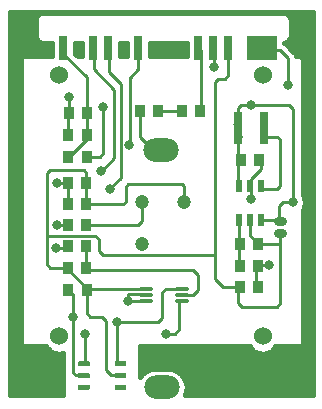
<source format=gbr>
G04 #@! TF.GenerationSoftware,KiCad,Pcbnew,(5.0.2)-1*
G04 #@! TF.CreationDate,2019-07-28T23:06:21+08:00*
G04 #@! TF.ProjectId,PIR,5049522e-6b69-4636-9164-5f7063625858,rev?*
G04 #@! TF.SameCoordinates,Original*
G04 #@! TF.FileFunction,Copper,L1,Top*
G04 #@! TF.FilePolarity,Positive*
%FSLAX46Y46*%
G04 Gerber Fmt 4.6, Leading zero omitted, Abs format (unit mm)*
G04 Created by KiCad (PCBNEW (5.0.2)-1) date 2019-07-28 23:06:21*
%MOMM*%
%LPD*%
G01*
G04 APERTURE LIST*
G04 #@! TA.AperFunction,SMDPad,CuDef*
%ADD10R,0.800000X2.000000*%
G04 #@! TD*
G04 #@! TA.AperFunction,SMDPad,CuDef*
%ADD11R,2.500000X2.000000*%
G04 #@! TD*
G04 #@! TA.AperFunction,SMDPad,CuDef*
%ADD12R,0.930000X0.980000*%
G04 #@! TD*
G04 #@! TA.AperFunction,SMDPad,CuDef*
%ADD13R,0.600000X1.100000*%
G04 #@! TD*
G04 #@! TA.AperFunction,SMDPad,CuDef*
%ADD14O,1.300000X0.300000*%
G04 #@! TD*
G04 #@! TA.AperFunction,Conductor*
%ADD15C,0.100000*%
G04 #@! TD*
G04 #@! TA.AperFunction,SMDPad,CuDef*
%ADD16C,0.400000*%
G04 #@! TD*
G04 #@! TA.AperFunction,SMDPad,CuDef*
%ADD17R,0.800000X2.700000*%
G04 #@! TD*
G04 #@! TA.AperFunction,ComponentPad*
%ADD18O,3.000000X2.000000*%
G04 #@! TD*
G04 #@! TA.AperFunction,WasherPad*
%ADD19C,1.524000*%
G04 #@! TD*
G04 #@! TA.AperFunction,ComponentPad*
%ADD20C,1.200000*%
G04 #@! TD*
G04 #@! TA.AperFunction,ViaPad*
%ADD21C,0.800000*%
G04 #@! TD*
G04 #@! TA.AperFunction,Conductor*
%ADD22C,0.250000*%
G04 #@! TD*
G04 #@! TA.AperFunction,Conductor*
%ADD23C,0.800000*%
G04 #@! TD*
G04 #@! TA.AperFunction,NonConductor*
%ADD24C,0.400000*%
G04 #@! TD*
G04 APERTURE END LIST*
D10*
G04 #@! TO.P,U1,3*
G04 #@! TO.N,D7*
X46941740Y-44577000D03*
D11*
G04 #@! TO.P,U1,2*
G04 #@! TO.N,GND*
X52301140Y-44554140D03*
D10*
G04 #@! TO.P,U1,1*
G04 #@! TO.N,+3V3*
X49481740Y-44577000D03*
G04 #@! TO.P,U1,2*
G04 #@! TO.N,GND*
X48211740Y-44577000D03*
G04 #@! TO.P,U1,7*
G04 #@! TO.N,D3*
X41861740Y-44577000D03*
G04 #@! TO.P,U1,9*
G04 #@! TO.N,SCL*
X39321740Y-44577000D03*
G04 #@! TO.P,U1,10*
G04 #@! TO.N,SDA*
X38051740Y-44577000D03*
G04 #@! TO.P,U1,12*
G04 #@! TO.N,A2*
X35511740Y-44577000D03*
G04 #@! TD*
D12*
G04 #@! TO.P,C7,1*
G04 #@! TO.N,GND*
X35942780Y-50065940D03*
G04 #@! TO.P,C7,2*
G04 #@! TO.N,A2*
X37482780Y-50065940D03*
G04 #@! TD*
G04 #@! TO.P,R7,2*
G04 #@! TO.N,A2*
X37467540Y-51912520D03*
G04 #@! TO.P,R7,1*
G04 #@! TO.N,GND*
X35927540Y-51912520D03*
G04 #@! TD*
G04 #@! TO.P,R6,1*
G04 #@! TO.N,A2*
X35927540Y-53799740D03*
G04 #@! TO.P,R6,2*
G04 #@! TO.N,VDD*
X37467540Y-53799740D03*
G04 #@! TD*
D13*
G04 #@! TO.P,U4,1*
G04 #@! TO.N,Net-(L1-Pad2)*
X52252920Y-56295640D03*
G04 #@! TO.P,U4,2*
G04 #@! TO.N,GND*
X51302920Y-56295640D03*
G04 #@! TO.P,U4,3*
G04 #@! TO.N,VDD*
X50352920Y-56295640D03*
G04 #@! TO.P,U4,4*
G04 #@! TO.N,Net-(R4-Pad1)*
X50352920Y-59095640D03*
G04 #@! TO.P,U4,5*
G04 #@! TO.N,+3V3*
X51302920Y-59095640D03*
G04 #@! TO.P,U4,6*
G04 #@! TO.N,VDD*
X52252920Y-59095640D03*
G04 #@! TD*
D14*
G04 #@! TO.P,U2,6*
G04 #@! TO.N,SCL*
X45519340Y-64952880D03*
G04 #@! TO.P,U2,5*
G04 #@! TO.N,Net-(C4-Pad2)*
X45519340Y-65452880D03*
G04 #@! TO.P,U2,4*
G04 #@! TO.N,SDA*
X45519340Y-65952880D03*
G04 #@! TO.P,U2,1*
G04 #@! TO.N,+3V3*
X42519340Y-64952880D03*
G04 #@! TO.P,U2,2*
G04 #@! TO.N,GND*
X42519340Y-65452880D03*
G04 #@! TO.P,U2,3*
X42519340Y-65952880D03*
G04 #@! TD*
D15*
G04 #@! TO.N,SDA*
G04 #@! TO.C,U3*
G36*
X37650082Y-71104122D02*
X37659789Y-71105561D01*
X37669308Y-71107946D01*
X37678548Y-71111252D01*
X37687420Y-71115448D01*
X37695837Y-71120493D01*
X37703719Y-71126339D01*
X37710991Y-71132929D01*
X37717581Y-71140201D01*
X37723427Y-71148083D01*
X37728472Y-71156500D01*
X37732668Y-71165372D01*
X37735974Y-71174612D01*
X37738359Y-71184131D01*
X37739798Y-71193838D01*
X37740280Y-71203640D01*
X37740280Y-71403640D01*
X37739798Y-71413442D01*
X37738359Y-71423149D01*
X37735974Y-71432668D01*
X37732668Y-71441908D01*
X37728472Y-71450780D01*
X37723427Y-71459197D01*
X37717581Y-71467079D01*
X37710991Y-71474351D01*
X37703719Y-71480941D01*
X37695837Y-71486787D01*
X37687420Y-71491832D01*
X37678548Y-71496028D01*
X37669308Y-71499334D01*
X37659789Y-71501719D01*
X37650082Y-71503158D01*
X37640280Y-71503640D01*
X36840280Y-71503640D01*
X36830478Y-71503158D01*
X36820771Y-71501719D01*
X36811252Y-71499334D01*
X36802012Y-71496028D01*
X36793140Y-71491832D01*
X36784723Y-71486787D01*
X36776841Y-71480941D01*
X36769569Y-71474351D01*
X36762979Y-71467079D01*
X36757133Y-71459197D01*
X36752088Y-71450780D01*
X36747892Y-71441908D01*
X36744586Y-71432668D01*
X36742201Y-71423149D01*
X36740762Y-71413442D01*
X36740280Y-71403640D01*
X36740280Y-71203640D01*
X36740762Y-71193838D01*
X36742201Y-71184131D01*
X36744586Y-71174612D01*
X36747892Y-71165372D01*
X36752088Y-71156500D01*
X36757133Y-71148083D01*
X36762979Y-71140201D01*
X36769569Y-71132929D01*
X36776841Y-71126339D01*
X36784723Y-71120493D01*
X36793140Y-71115448D01*
X36802012Y-71111252D01*
X36811252Y-71107946D01*
X36820771Y-71105561D01*
X36830478Y-71104122D01*
X36840280Y-71103640D01*
X37640280Y-71103640D01*
X37650082Y-71104122D01*
X37650082Y-71104122D01*
G37*
D16*
G04 #@! TD*
G04 #@! TO.P,U3,1*
G04 #@! TO.N,SDA*
X37240280Y-71303640D03*
D15*
G04 #@! TO.N,GND*
G04 #@! TO.C,U3*
G36*
X37650082Y-72104122D02*
X37659789Y-72105561D01*
X37669308Y-72107946D01*
X37678548Y-72111252D01*
X37687420Y-72115448D01*
X37695837Y-72120493D01*
X37703719Y-72126339D01*
X37710991Y-72132929D01*
X37717581Y-72140201D01*
X37723427Y-72148083D01*
X37728472Y-72156500D01*
X37732668Y-72165372D01*
X37735974Y-72174612D01*
X37738359Y-72184131D01*
X37739798Y-72193838D01*
X37740280Y-72203640D01*
X37740280Y-72403640D01*
X37739798Y-72413442D01*
X37738359Y-72423149D01*
X37735974Y-72432668D01*
X37732668Y-72441908D01*
X37728472Y-72450780D01*
X37723427Y-72459197D01*
X37717581Y-72467079D01*
X37710991Y-72474351D01*
X37703719Y-72480941D01*
X37695837Y-72486787D01*
X37687420Y-72491832D01*
X37678548Y-72496028D01*
X37669308Y-72499334D01*
X37659789Y-72501719D01*
X37650082Y-72503158D01*
X37640280Y-72503640D01*
X36840280Y-72503640D01*
X36830478Y-72503158D01*
X36820771Y-72501719D01*
X36811252Y-72499334D01*
X36802012Y-72496028D01*
X36793140Y-72491832D01*
X36784723Y-72486787D01*
X36776841Y-72480941D01*
X36769569Y-72474351D01*
X36762979Y-72467079D01*
X36757133Y-72459197D01*
X36752088Y-72450780D01*
X36747892Y-72441908D01*
X36744586Y-72432668D01*
X36742201Y-72423149D01*
X36740762Y-72413442D01*
X36740280Y-72403640D01*
X36740280Y-72203640D01*
X36740762Y-72193838D01*
X36742201Y-72184131D01*
X36744586Y-72174612D01*
X36747892Y-72165372D01*
X36752088Y-72156500D01*
X36757133Y-72148083D01*
X36762979Y-72140201D01*
X36769569Y-72132929D01*
X36776841Y-72126339D01*
X36784723Y-72120493D01*
X36793140Y-72115448D01*
X36802012Y-72111252D01*
X36811252Y-72107946D01*
X36820771Y-72105561D01*
X36830478Y-72104122D01*
X36840280Y-72103640D01*
X37640280Y-72103640D01*
X37650082Y-72104122D01*
X37650082Y-72104122D01*
G37*
D16*
G04 #@! TD*
G04 #@! TO.P,U3,2*
G04 #@! TO.N,GND*
X37240280Y-72303640D03*
D15*
G04 #@! TO.N,Net-(U3-Pad3)*
G04 #@! TO.C,U3*
G36*
X37650082Y-73104122D02*
X37659789Y-73105561D01*
X37669308Y-73107946D01*
X37678548Y-73111252D01*
X37687420Y-73115448D01*
X37695837Y-73120493D01*
X37703719Y-73126339D01*
X37710991Y-73132929D01*
X37717581Y-73140201D01*
X37723427Y-73148083D01*
X37728472Y-73156500D01*
X37732668Y-73165372D01*
X37735974Y-73174612D01*
X37738359Y-73184131D01*
X37739798Y-73193838D01*
X37740280Y-73203640D01*
X37740280Y-73403640D01*
X37739798Y-73413442D01*
X37738359Y-73423149D01*
X37735974Y-73432668D01*
X37732668Y-73441908D01*
X37728472Y-73450780D01*
X37723427Y-73459197D01*
X37717581Y-73467079D01*
X37710991Y-73474351D01*
X37703719Y-73480941D01*
X37695837Y-73486787D01*
X37687420Y-73491832D01*
X37678548Y-73496028D01*
X37669308Y-73499334D01*
X37659789Y-73501719D01*
X37650082Y-73503158D01*
X37640280Y-73503640D01*
X36840280Y-73503640D01*
X36830478Y-73503158D01*
X36820771Y-73501719D01*
X36811252Y-73499334D01*
X36802012Y-73496028D01*
X36793140Y-73491832D01*
X36784723Y-73486787D01*
X36776841Y-73480941D01*
X36769569Y-73474351D01*
X36762979Y-73467079D01*
X36757133Y-73459197D01*
X36752088Y-73450780D01*
X36747892Y-73441908D01*
X36744586Y-73432668D01*
X36742201Y-73423149D01*
X36740762Y-73413442D01*
X36740280Y-73403640D01*
X36740280Y-73203640D01*
X36740762Y-73193838D01*
X36742201Y-73184131D01*
X36744586Y-73174612D01*
X36747892Y-73165372D01*
X36752088Y-73156500D01*
X36757133Y-73148083D01*
X36762979Y-73140201D01*
X36769569Y-73132929D01*
X36776841Y-73126339D01*
X36784723Y-73120493D01*
X36793140Y-73115448D01*
X36802012Y-73111252D01*
X36811252Y-73107946D01*
X36820771Y-73105561D01*
X36830478Y-73104122D01*
X36840280Y-73103640D01*
X37640280Y-73103640D01*
X37650082Y-73104122D01*
X37650082Y-73104122D01*
G37*
D16*
G04 #@! TD*
G04 #@! TO.P,U3,3*
G04 #@! TO.N,Net-(U3-Pad3)*
X37240280Y-73303640D03*
D15*
G04 #@! TO.N,Net-(U3-Pad4)*
G04 #@! TO.C,U3*
G36*
X40750082Y-73104122D02*
X40759789Y-73105561D01*
X40769308Y-73107946D01*
X40778548Y-73111252D01*
X40787420Y-73115448D01*
X40795837Y-73120493D01*
X40803719Y-73126339D01*
X40810991Y-73132929D01*
X40817581Y-73140201D01*
X40823427Y-73148083D01*
X40828472Y-73156500D01*
X40832668Y-73165372D01*
X40835974Y-73174612D01*
X40838359Y-73184131D01*
X40839798Y-73193838D01*
X40840280Y-73203640D01*
X40840280Y-73403640D01*
X40839798Y-73413442D01*
X40838359Y-73423149D01*
X40835974Y-73432668D01*
X40832668Y-73441908D01*
X40828472Y-73450780D01*
X40823427Y-73459197D01*
X40817581Y-73467079D01*
X40810991Y-73474351D01*
X40803719Y-73480941D01*
X40795837Y-73486787D01*
X40787420Y-73491832D01*
X40778548Y-73496028D01*
X40769308Y-73499334D01*
X40759789Y-73501719D01*
X40750082Y-73503158D01*
X40740280Y-73503640D01*
X39940280Y-73503640D01*
X39930478Y-73503158D01*
X39920771Y-73501719D01*
X39911252Y-73499334D01*
X39902012Y-73496028D01*
X39893140Y-73491832D01*
X39884723Y-73486787D01*
X39876841Y-73480941D01*
X39869569Y-73474351D01*
X39862979Y-73467079D01*
X39857133Y-73459197D01*
X39852088Y-73450780D01*
X39847892Y-73441908D01*
X39844586Y-73432668D01*
X39842201Y-73423149D01*
X39840762Y-73413442D01*
X39840280Y-73403640D01*
X39840280Y-73203640D01*
X39840762Y-73193838D01*
X39842201Y-73184131D01*
X39844586Y-73174612D01*
X39847892Y-73165372D01*
X39852088Y-73156500D01*
X39857133Y-73148083D01*
X39862979Y-73140201D01*
X39869569Y-73132929D01*
X39876841Y-73126339D01*
X39884723Y-73120493D01*
X39893140Y-73115448D01*
X39902012Y-73111252D01*
X39911252Y-73107946D01*
X39920771Y-73105561D01*
X39930478Y-73104122D01*
X39940280Y-73103640D01*
X40740280Y-73103640D01*
X40750082Y-73104122D01*
X40750082Y-73104122D01*
G37*
D16*
G04 #@! TD*
G04 #@! TO.P,U3,4*
G04 #@! TO.N,Net-(U3-Pad4)*
X40340280Y-73303640D03*
D15*
G04 #@! TO.N,+3V3*
G04 #@! TO.C,U3*
G36*
X40750082Y-72104122D02*
X40759789Y-72105561D01*
X40769308Y-72107946D01*
X40778548Y-72111252D01*
X40787420Y-72115448D01*
X40795837Y-72120493D01*
X40803719Y-72126339D01*
X40810991Y-72132929D01*
X40817581Y-72140201D01*
X40823427Y-72148083D01*
X40828472Y-72156500D01*
X40832668Y-72165372D01*
X40835974Y-72174612D01*
X40838359Y-72184131D01*
X40839798Y-72193838D01*
X40840280Y-72203640D01*
X40840280Y-72403640D01*
X40839798Y-72413442D01*
X40838359Y-72423149D01*
X40835974Y-72432668D01*
X40832668Y-72441908D01*
X40828472Y-72450780D01*
X40823427Y-72459197D01*
X40817581Y-72467079D01*
X40810991Y-72474351D01*
X40803719Y-72480941D01*
X40795837Y-72486787D01*
X40787420Y-72491832D01*
X40778548Y-72496028D01*
X40769308Y-72499334D01*
X40759789Y-72501719D01*
X40750082Y-72503158D01*
X40740280Y-72503640D01*
X39940280Y-72503640D01*
X39930478Y-72503158D01*
X39920771Y-72501719D01*
X39911252Y-72499334D01*
X39902012Y-72496028D01*
X39893140Y-72491832D01*
X39884723Y-72486787D01*
X39876841Y-72480941D01*
X39869569Y-72474351D01*
X39862979Y-72467079D01*
X39857133Y-72459197D01*
X39852088Y-72450780D01*
X39847892Y-72441908D01*
X39844586Y-72432668D01*
X39842201Y-72423149D01*
X39840762Y-72413442D01*
X39840280Y-72403640D01*
X39840280Y-72203640D01*
X39840762Y-72193838D01*
X39842201Y-72184131D01*
X39844586Y-72174612D01*
X39847892Y-72165372D01*
X39852088Y-72156500D01*
X39857133Y-72148083D01*
X39862979Y-72140201D01*
X39869569Y-72132929D01*
X39876841Y-72126339D01*
X39884723Y-72120493D01*
X39893140Y-72115448D01*
X39902012Y-72111252D01*
X39911252Y-72107946D01*
X39920771Y-72105561D01*
X39930478Y-72104122D01*
X39940280Y-72103640D01*
X40740280Y-72103640D01*
X40750082Y-72104122D01*
X40750082Y-72104122D01*
G37*
D16*
G04 #@! TD*
G04 #@! TO.P,U3,5*
G04 #@! TO.N,+3V3*
X40340280Y-72303640D03*
D15*
G04 #@! TO.N,SCL*
G04 #@! TO.C,U3*
G36*
X40750082Y-71104122D02*
X40759789Y-71105561D01*
X40769308Y-71107946D01*
X40778548Y-71111252D01*
X40787420Y-71115448D01*
X40795837Y-71120493D01*
X40803719Y-71126339D01*
X40810991Y-71132929D01*
X40817581Y-71140201D01*
X40823427Y-71148083D01*
X40828472Y-71156500D01*
X40832668Y-71165372D01*
X40835974Y-71174612D01*
X40838359Y-71184131D01*
X40839798Y-71193838D01*
X40840280Y-71203640D01*
X40840280Y-71403640D01*
X40839798Y-71413442D01*
X40838359Y-71423149D01*
X40835974Y-71432668D01*
X40832668Y-71441908D01*
X40828472Y-71450780D01*
X40823427Y-71459197D01*
X40817581Y-71467079D01*
X40810991Y-71474351D01*
X40803719Y-71480941D01*
X40795837Y-71486787D01*
X40787420Y-71491832D01*
X40778548Y-71496028D01*
X40769308Y-71499334D01*
X40759789Y-71501719D01*
X40750082Y-71503158D01*
X40740280Y-71503640D01*
X39940280Y-71503640D01*
X39930478Y-71503158D01*
X39920771Y-71501719D01*
X39911252Y-71499334D01*
X39902012Y-71496028D01*
X39893140Y-71491832D01*
X39884723Y-71486787D01*
X39876841Y-71480941D01*
X39869569Y-71474351D01*
X39862979Y-71467079D01*
X39857133Y-71459197D01*
X39852088Y-71450780D01*
X39847892Y-71441908D01*
X39844586Y-71432668D01*
X39842201Y-71423149D01*
X39840762Y-71413442D01*
X39840280Y-71403640D01*
X39840280Y-71203640D01*
X39840762Y-71193838D01*
X39842201Y-71184131D01*
X39844586Y-71174612D01*
X39847892Y-71165372D01*
X39852088Y-71156500D01*
X39857133Y-71148083D01*
X39862979Y-71140201D01*
X39869569Y-71132929D01*
X39876841Y-71126339D01*
X39884723Y-71120493D01*
X39893140Y-71115448D01*
X39902012Y-71111252D01*
X39911252Y-71107946D01*
X39920771Y-71105561D01*
X39930478Y-71104122D01*
X39940280Y-71103640D01*
X40740280Y-71103640D01*
X40750082Y-71104122D01*
X40750082Y-71104122D01*
G37*
D16*
G04 #@! TD*
G04 #@! TO.P,U3,6*
G04 #@! TO.N,SCL*
X40340280Y-71303640D03*
D17*
G04 #@! TO.P,L1,2*
G04 #@! TO.N,Net-(L1-Pad2)*
X52473860Y-51313080D03*
G04 #@! TO.P,L1,1*
G04 #@! TO.N,VDD*
X50273860Y-51313080D03*
G04 #@! TD*
D18*
G04 #@! TO.P,BT1,1*
G04 #@! TO.N,VDD*
X43834362Y-73312199D03*
G04 #@! TO.P,BT1,2*
G04 #@! TO.N,GND*
X43801342Y-53233679D03*
G04 #@! TD*
D12*
G04 #@! TO.P,C5,1*
G04 #@! TO.N,VDD*
X50532920Y-54020720D03*
G04 #@! TO.P,C5,2*
G04 #@! TO.N,GND*
X52072920Y-54020720D03*
G04 #@! TD*
G04 #@! TO.P,R4,1*
G04 #@! TO.N,Net-(R4-Pad1)*
X50466880Y-61140340D03*
G04 #@! TO.P,R4,2*
G04 #@! TO.N,+3V3*
X52006880Y-61140340D03*
G04 #@! TD*
G04 #@! TO.P,R5,2*
G04 #@! TO.N,GND*
X52014500Y-62999620D03*
G04 #@! TO.P,R5,1*
G04 #@! TO.N,Net-(R4-Pad1)*
X50474500Y-62999620D03*
G04 #@! TD*
G04 #@! TO.P,C1,2*
G04 #@! TO.N,+3V3*
X37473000Y-65021460D03*
G04 #@! TO.P,C1,1*
G04 #@! TO.N,GND*
X35933000Y-65021460D03*
G04 #@! TD*
G04 #@! TO.P,D1,K*
G04 #@! TO.N,GND*
X42003980Y-49946560D03*
G04 #@! TO.P,D1,A*
G04 #@! TO.N,Net-(D1-PadA)*
X43543980Y-49946560D03*
G04 #@! TD*
D19*
G04 #@! TO.P,J1,*
G04 #@! TO.N,*
X52374382Y-46881499D03*
X52374382Y-68981499D03*
X35104382Y-46881499D03*
X35104382Y-68981499D03*
G04 #@! TD*
D12*
G04 #@! TO.P,C6,1*
G04 #@! TO.N,+3V3*
X50467260Y-64828420D03*
G04 #@! TO.P,C6,2*
G04 #@! TO.N,GND*
X52007260Y-64828420D03*
G04 #@! TD*
D20*
G04 #@! TO.P,AM312,2*
G04 #@! TO.N,VDDA*
X42139640Y-57586517D03*
G04 #@! TO.P,AM312,3*
G04 #@! TO.N,GND*
X42139640Y-61178619D03*
G04 #@! TO.P,AM312,1*
G04 #@! TO.N,+3V3*
X45731742Y-57586517D03*
G04 #@! TD*
D12*
G04 #@! TO.P,C4,2*
G04 #@! TO.N,Net-(C4-Pad2)*
X37442520Y-61379100D03*
G04 #@! TO.P,C4,1*
G04 #@! TO.N,GND*
X35902520Y-61379100D03*
G04 #@! TD*
G04 #@! TO.P,R3,2*
G04 #@! TO.N,Net-(C4-Pad2)*
X37455220Y-63190120D03*
G04 #@! TO.P,R3,1*
G04 #@! TO.N,+3V3*
X35915220Y-63190120D03*
G04 #@! TD*
G04 #@! TO.P,C3,2*
G04 #@! TO.N,+3V3*
X37457760Y-55968900D03*
G04 #@! TO.P,C3,1*
G04 #@! TO.N,GND*
X35917760Y-55968900D03*
G04 #@! TD*
G04 #@! TO.P,C2,2*
G04 #@! TO.N,+3V3*
X37460300Y-57777380D03*
G04 #@! TO.P,C2,1*
G04 #@! TO.N,GND*
X35920300Y-57777380D03*
G04 #@! TD*
G04 #@! TO.P,R2,1*
G04 #@! TO.N,D3*
X35910140Y-59565540D03*
G04 #@! TO.P,R2,2*
G04 #@! TO.N,VDDA*
X37450140Y-59565540D03*
G04 #@! TD*
G04 #@! TO.P,R1,2*
G04 #@! TO.N,D7*
X47049180Y-49913540D03*
G04 #@! TO.P,R1,1*
G04 #@! TO.N,Net-(D1-PadA)*
X45509180Y-49913540D03*
G04 #@! TD*
D21*
G04 #@! TO.N,VDD*
X54955440Y-57652920D03*
X51356260Y-49410620D03*
X38895020Y-49578254D03*
G04 #@! TO.N,D3*
X34940244Y-59575700D03*
X41083070Y-52771040D03*
G04 #@! TO.N,GND*
X54500780Y-47668180D03*
X34917380Y-61475620D03*
X36306760Y-67345560D03*
X40949880Y-65955700D03*
X52920900Y-62971680D03*
X51363880Y-57353200D03*
X48232060Y-46184820D03*
X35941000Y-48722280D03*
X34940258Y-55971440D03*
G04 #@! TO.N,SCL*
X40040560Y-67739260D03*
X39481788Y-56499760D03*
G04 #@! TO.N,SDA*
X44188380Y-68770500D03*
X38714680Y-54955440D03*
X37345620Y-68780660D03*
G04 #@! TD*
D22*
G04 #@! TO.N,Net-(D1-PadA)*
X45476160Y-49946560D02*
X45509180Y-49913540D01*
X43543980Y-49946560D02*
X45476160Y-49946560D01*
D23*
G04 #@! TO.N,VDD*
X53705562Y-59179739D02*
X54036362Y-59179739D01*
D22*
X50577020Y-51991260D02*
X50413840Y-51828080D01*
X50413840Y-54299820D02*
X50700560Y-54013100D01*
X50413840Y-51914440D02*
X50574480Y-52075080D01*
X52240180Y-59006700D02*
X52186880Y-58953400D01*
X53794841Y-59129120D02*
X52263080Y-59129120D01*
X53845460Y-59179739D02*
X53794841Y-59129120D01*
X53845460Y-59179739D02*
X53705562Y-59179739D01*
X54950538Y-57648018D02*
X54955440Y-57652920D01*
X50294500Y-56306260D02*
X50294500Y-51333720D01*
X50294500Y-51333720D02*
X49946560Y-50985780D01*
X54112160Y-57652920D02*
X54955440Y-57652920D01*
X53794841Y-59129120D02*
X53794841Y-57970239D01*
X53794841Y-57970239D02*
X54112160Y-57652920D01*
X50273860Y-49672600D02*
X50273860Y-51313080D01*
X50535840Y-49410620D02*
X50273860Y-49672600D01*
X54643020Y-49410620D02*
X51356260Y-49410620D01*
X54955440Y-57652920D02*
X54955440Y-49723040D01*
X54955440Y-49723040D02*
X54643020Y-49410620D01*
X51356260Y-49410620D02*
X50535840Y-49410620D01*
X38895020Y-50143939D02*
X38895020Y-49578254D01*
X38895020Y-53500020D02*
X38895020Y-50143939D01*
X37467540Y-53799740D02*
X38595300Y-53799740D01*
X38595300Y-53799740D02*
X38895020Y-53500020D01*
G04 #@! TO.N,D3*
X35910140Y-59565540D02*
X34950404Y-59565540D01*
X34950404Y-59565540D02*
X34940244Y-59575700D01*
X41866820Y-44764960D02*
X41864278Y-44767502D01*
X41109900Y-52744210D02*
X41083070Y-52771040D01*
X41109900Y-47081440D02*
X41109900Y-52744210D01*
X41861740Y-44577000D02*
X41861740Y-46329600D01*
X41861740Y-46329600D02*
X41109900Y-47081440D01*
G04 #@! TO.N,GND*
X53806220Y-44742100D02*
X54500780Y-45436660D01*
X52306220Y-44742100D02*
X53806220Y-44742100D01*
X54500780Y-45436660D02*
X54500780Y-47668180D01*
X54500780Y-47668180D02*
X54500780Y-47668180D01*
X34942780Y-55973980D02*
X34942780Y-55973980D01*
X35920300Y-55971440D02*
X35917760Y-55968900D01*
X35920300Y-57777380D02*
X35920300Y-55971440D01*
X36306760Y-65395220D02*
X35933000Y-65021460D01*
X36306760Y-67345560D02*
X36306760Y-65395220D01*
X40886480Y-65892300D02*
X40949880Y-65955700D01*
X40949880Y-65955700D02*
X42453300Y-65955700D01*
X40949880Y-65438020D02*
X40949880Y-65955700D01*
X42453300Y-65455700D02*
X42435620Y-65438020D01*
X42435620Y-65438020D02*
X40949880Y-65438020D01*
X52031900Y-65097660D02*
X51805840Y-64871600D01*
X51805840Y-64871600D02*
X51805840Y-62961520D01*
X51737640Y-63019940D02*
X51785900Y-62971680D01*
X52355215Y-62971680D02*
X52920900Y-62971680D01*
X51785900Y-62971680D02*
X52355215Y-62971680D01*
X52240560Y-54824698D02*
X52240560Y-54013100D01*
X51363880Y-57353200D02*
X51363880Y-55701378D01*
X51363880Y-55701378D02*
X52240560Y-54824698D01*
X36306760Y-72067420D02*
X36306760Y-67345560D01*
X37266880Y-72296780D02*
X36536120Y-72296780D01*
X36536120Y-72296780D02*
X36306760Y-72067420D01*
X35806000Y-61475620D02*
X34917380Y-61475620D01*
X35902520Y-61379100D02*
X35806000Y-61475620D01*
X48247300Y-45295440D02*
X48232060Y-45310680D01*
X48232060Y-45619135D02*
X48232060Y-46184820D01*
X48232060Y-45310680D02*
X48232060Y-45619135D01*
X42003980Y-52113180D02*
X42003980Y-49946560D01*
X43801342Y-53233679D02*
X43124479Y-53233679D01*
X43124479Y-53233679D02*
X42003980Y-52113180D01*
X35927540Y-50081180D02*
X35942780Y-50065940D01*
X35927540Y-51912520D02*
X35927540Y-50081180D01*
X35942780Y-48724060D02*
X35941000Y-48722280D01*
X35942780Y-50065940D02*
X35942780Y-48724060D01*
X34940240Y-55971440D02*
X34940258Y-55971440D01*
X35917760Y-55968900D02*
X34942798Y-55968900D01*
X34942798Y-55968900D02*
X34940258Y-55971440D01*
G04 #@! TO.N,SCL*
X40035480Y-67744340D02*
X40040560Y-67739260D01*
X40166880Y-71296780D02*
X40035480Y-71165380D01*
X40035480Y-71165380D02*
X40035480Y-67744340D01*
X44426560Y-64948560D02*
X45326560Y-64948560D01*
X44169840Y-64948560D02*
X44426560Y-64948560D01*
X43865800Y-65252600D02*
X44169840Y-64948560D01*
X43865800Y-67424300D02*
X43865800Y-65252600D01*
X40040560Y-67739260D02*
X43550840Y-67739260D01*
X43550840Y-67739260D02*
X43865800Y-67424300D01*
X39481788Y-56433692D02*
X39481788Y-56499760D01*
X40358060Y-55557420D02*
X39481788Y-56433692D01*
X40358060Y-47631168D02*
X40358060Y-55557420D01*
X39326820Y-44764960D02*
X39326820Y-46599928D01*
X39326820Y-46599928D02*
X40358060Y-47631168D01*
G04 #@! TO.N,SDA*
X44942760Y-68770500D02*
X44188380Y-68770500D01*
X45326560Y-65948560D02*
X45326560Y-68386700D01*
X45326560Y-68386700D02*
X44942760Y-68770500D01*
X37345620Y-71218040D02*
X37345620Y-68780660D01*
X37266880Y-71296780D02*
X37345620Y-71218040D01*
X38745160Y-54955440D02*
X38714680Y-54955440D01*
X39806880Y-53893720D02*
X38745160Y-54955440D01*
X39806880Y-48143160D02*
X39806880Y-53893720D01*
X38056820Y-44764960D02*
X38056820Y-46393100D01*
X38056820Y-46393100D02*
X39806880Y-48143160D01*
G04 #@! TO.N,A2*
X37482780Y-50627280D02*
X37482780Y-50065940D01*
X35511740Y-45077000D02*
X37482780Y-47048040D01*
X35511740Y-44577000D02*
X35511740Y-45077000D01*
X37482780Y-47048040D02*
X37482780Y-50627280D01*
X37482780Y-50805940D02*
X37482780Y-50627280D01*
X37482780Y-52257960D02*
X37482780Y-50805940D01*
X35927540Y-53799740D02*
X35941000Y-53799740D01*
X35941000Y-53799740D02*
X37482780Y-52257960D01*
G04 #@! TO.N,VDDA*
X42139640Y-59221600D02*
X42139640Y-57586517D01*
X37450140Y-59565540D02*
X41795700Y-59565540D01*
X41795700Y-59565540D02*
X42139640Y-59221600D01*
D23*
G04 #@! TO.N,+3V3*
X53697942Y-60205899D02*
X54028742Y-60205899D01*
D22*
X37721160Y-64773300D02*
X37473000Y-65021460D01*
X34127440Y-60672980D02*
X34127440Y-60820300D01*
X37457760Y-57774840D02*
X37460300Y-57777380D01*
X37457760Y-55968900D02*
X37457760Y-57774840D01*
X41553300Y-64955700D02*
X42453300Y-64955700D01*
X37473000Y-65021460D02*
X37538760Y-64955700D01*
X37538760Y-64955700D02*
X41553300Y-64955700D01*
X35915220Y-63326900D02*
X35915220Y-63190120D01*
X37473000Y-65021460D02*
X37473000Y-64884680D01*
X37473000Y-64884680D02*
X35915220Y-63326900D01*
X34414460Y-63190120D02*
X35915220Y-63190120D01*
X34127440Y-60820300D02*
X34127440Y-62903100D01*
X34127440Y-62903100D02*
X34414460Y-63190120D01*
X52117756Y-61410084D02*
X52199540Y-61328300D01*
X53883560Y-61688980D02*
X53883560Y-61518800D01*
X53842920Y-61140340D02*
X52006880Y-61140340D01*
X53883560Y-61099700D02*
X53842920Y-61140340D01*
X53883560Y-61099700D02*
X53883560Y-60368261D01*
X53883560Y-61688980D02*
X53883560Y-61099700D01*
X52006880Y-61140340D02*
X52240180Y-60907040D01*
X34127440Y-60820300D02*
X34127440Y-60477400D01*
X51313080Y-60446540D02*
X51313080Y-59129120D01*
X52006880Y-61140340D02*
X51313080Y-60446540D01*
X50189640Y-64841120D02*
X50098200Y-64932560D01*
X53883560Y-61688980D02*
X53883560Y-66172080D01*
X53883560Y-66172080D02*
X53586380Y-66469260D01*
X53586380Y-66469260D02*
X50645060Y-66469260D01*
X50645060Y-66469260D02*
X50309780Y-66133980D01*
X50309780Y-66133980D02*
X50309780Y-64961260D01*
X50309780Y-64961260D02*
X50189640Y-64841120D01*
X38221920Y-60477400D02*
X34127440Y-60477400D01*
X38521640Y-60777120D02*
X38221920Y-60477400D01*
X38521640Y-61762640D02*
X38521640Y-60777120D01*
X38862620Y-62103620D02*
X38521640Y-61762640D01*
X48359060Y-62100460D02*
X48355900Y-62103620D01*
X48355900Y-62103620D02*
X38862620Y-62103620D01*
X38762940Y-67358260D02*
X37792660Y-67358260D01*
X40166880Y-72296780D02*
X39548560Y-72296780D01*
X39103300Y-71851520D02*
X39103300Y-67698620D01*
X37473000Y-66561080D02*
X37473000Y-65021460D01*
X39548560Y-72296780D02*
X39103300Y-71851520D01*
X39103300Y-67698620D02*
X38762940Y-67358260D01*
X37792660Y-67358260D02*
X37473000Y-67038600D01*
X37473000Y-67038600D02*
X37473000Y-66561080D01*
X37457760Y-55120920D02*
X37457760Y-55968900D01*
X34127440Y-60477400D02*
X34127440Y-55148480D01*
X34127440Y-55148480D02*
X34394140Y-54881780D01*
X34394140Y-54881780D02*
X37218620Y-54881780D01*
X37218620Y-54881780D02*
X37457760Y-55120920D01*
X37465380Y-57782460D02*
X40566340Y-57782460D01*
X45537120Y-56095900D02*
X45731742Y-56290522D01*
X37460300Y-57777380D02*
X37465380Y-57782460D01*
X45731742Y-56290522D02*
X45731742Y-57586517D01*
X40566340Y-57782460D02*
X40777160Y-57571640D01*
X40777160Y-57571640D02*
X40777160Y-56314340D01*
X40777160Y-56314340D02*
X40995600Y-56095900D01*
X40995600Y-56095900D02*
X45537120Y-56095900D01*
X49481740Y-46890940D02*
X49481740Y-44577000D01*
X49022000Y-64828420D02*
X48359060Y-64165480D01*
X48359060Y-64165480D02*
X48359060Y-47416720D01*
X50467260Y-64828420D02*
X49022000Y-64828420D01*
X48359060Y-47416720D02*
X48587660Y-47188120D01*
X48587660Y-47188120D02*
X49184560Y-47188120D01*
X49184560Y-47188120D02*
X49481740Y-46890940D01*
G04 #@! TO.N,Net-(C4-Pad2)*
X37442520Y-63177420D02*
X37455220Y-63190120D01*
X37442520Y-61379100D02*
X37442520Y-63177420D01*
X37622860Y-63357760D02*
X37455220Y-63190120D01*
X46497240Y-63357760D02*
X37622860Y-63357760D01*
X46896020Y-63756540D02*
X46497240Y-63357760D01*
X46896020Y-65067180D02*
X46896020Y-63756540D01*
X46515020Y-65448180D02*
X46896020Y-65067180D01*
X45326560Y-65448560D02*
X46500360Y-65448560D01*
G04 #@! TO.N,D7*
X47142780Y-44778040D02*
X46941740Y-44577000D01*
X47049180Y-49913540D02*
X47142780Y-49819940D01*
X47142780Y-49819940D02*
X47142780Y-44778040D01*
G04 #@! TO.N,Net-(L1-Pad2)*
X53629560Y-52075080D02*
X52354480Y-52075080D01*
X53842920Y-52288440D02*
X53629560Y-52075080D01*
X53842920Y-56273700D02*
X53842920Y-52288440D01*
X52189380Y-56539480D02*
X53577140Y-56539480D01*
X53577140Y-56539480D02*
X53842920Y-56273700D01*
G04 #@! TO.N,Net-(R4-Pad1)*
X50491900Y-63306960D02*
X50340260Y-63155320D01*
X50413840Y-62938960D02*
X50474500Y-62999620D01*
X50413840Y-58986420D02*
X50413840Y-62938960D01*
G04 #@! TD*
D24*
G36*
X56602000Y-73945120D02*
X45810279Y-73945120D01*
X45819721Y-73927455D01*
X45911211Y-73625854D01*
X45942103Y-73312199D01*
X45911211Y-72998544D01*
X45819721Y-72696943D01*
X45671150Y-72418986D01*
X45471207Y-72175354D01*
X45227575Y-71975411D01*
X44949618Y-71826840D01*
X44648017Y-71735350D01*
X44412959Y-71712199D01*
X43255765Y-71712199D01*
X43020707Y-71735350D01*
X42719106Y-71826840D01*
X42441149Y-71975411D01*
X42197517Y-72175354D01*
X42014391Y-72398495D01*
X42015673Y-69817787D01*
X51202556Y-69816792D01*
X51309394Y-69839165D01*
X51316448Y-69849723D01*
X51506158Y-70039433D01*
X51516716Y-70046487D01*
X51550424Y-70207450D01*
X51805428Y-70344640D01*
X52082296Y-70429446D01*
X52370388Y-70458607D01*
X52658635Y-70431004D01*
X52935957Y-70347698D01*
X53191698Y-70211889D01*
X53198340Y-70207450D01*
X53232048Y-70046487D01*
X53242606Y-70039433D01*
X53432316Y-69849723D01*
X53439370Y-69839165D01*
X53547421Y-69816538D01*
X55557442Y-69816320D01*
X55633976Y-69801088D01*
X55698856Y-69757726D01*
X55742204Y-69692837D01*
X55757420Y-69616299D01*
X55756226Y-58254413D01*
X55841629Y-58126598D01*
X55917011Y-57944609D01*
X55955440Y-57751411D01*
X55955440Y-57554429D01*
X55917011Y-57361231D01*
X55841629Y-57179242D01*
X55756099Y-57051238D01*
X55754880Y-45455819D01*
X55739656Y-45379303D01*
X55696301Y-45314419D01*
X55631417Y-45271064D01*
X55554880Y-45255840D01*
X55203551Y-45255840D01*
X55173833Y-45157872D01*
X55106511Y-45031923D01*
X55091313Y-45013404D01*
X55038610Y-44949185D01*
X55038603Y-44949178D01*
X55015911Y-44921528D01*
X54988262Y-44898837D01*
X54344052Y-44254628D01*
X54321352Y-44226968D01*
X54210957Y-44136369D01*
X54194548Y-44127598D01*
X54211463Y-44125932D01*
X54338701Y-44087335D01*
X54455964Y-44024657D01*
X54558746Y-43940305D01*
X54643098Y-43837523D01*
X54705776Y-43720260D01*
X54744373Y-43593022D01*
X54757406Y-43460699D01*
X54754140Y-43427540D01*
X54754140Y-42303839D01*
X54757406Y-42270680D01*
X54744373Y-42138357D01*
X54705776Y-42011119D01*
X54643098Y-41893856D01*
X54558746Y-41791074D01*
X54455964Y-41706722D01*
X54338701Y-41644044D01*
X54211463Y-41605447D01*
X54112299Y-41595680D01*
X54079140Y-41592414D01*
X54045981Y-41595680D01*
X33853259Y-41595680D01*
X33820100Y-41592414D01*
X33786941Y-41595680D01*
X33687777Y-41605447D01*
X33560539Y-41644044D01*
X33443276Y-41706722D01*
X33340494Y-41791074D01*
X33256142Y-41893856D01*
X33193464Y-42011119D01*
X33154867Y-42138357D01*
X33141834Y-42270680D01*
X33145100Y-42303840D01*
X33145101Y-43427530D01*
X33141834Y-43460699D01*
X33154867Y-43593022D01*
X33193464Y-43720260D01*
X33256142Y-43837523D01*
X33340494Y-43940305D01*
X33443276Y-44024657D01*
X33560539Y-44087335D01*
X33687777Y-44125932D01*
X33786941Y-44135699D01*
X33820100Y-44138965D01*
X33853259Y-44135699D01*
X34508837Y-44135699D01*
X34508837Y-45255840D01*
X32108140Y-45255840D01*
X32031603Y-45271064D01*
X31966719Y-45314419D01*
X31923364Y-45379303D01*
X31908140Y-45455840D01*
X31908140Y-69618860D01*
X31923372Y-69695417D01*
X31966734Y-69760297D01*
X32031623Y-69803644D01*
X32108162Y-69818860D01*
X33941484Y-69818661D01*
X34039394Y-69839165D01*
X34046448Y-69849723D01*
X34236158Y-70039433D01*
X34246716Y-70046487D01*
X34280424Y-70207450D01*
X34535428Y-70344640D01*
X34812296Y-70429446D01*
X35100388Y-70458607D01*
X35388635Y-70431004D01*
X35431871Y-70418016D01*
X35447640Y-73945120D01*
X30989900Y-73945120D01*
X30989900Y-41518200D01*
X56602001Y-41518200D01*
X56602000Y-73945120D01*
X56602000Y-73945120D01*
G37*
X56602000Y-73945120D02*
X45810279Y-73945120D01*
X45819721Y-73927455D01*
X45911211Y-73625854D01*
X45942103Y-73312199D01*
X45911211Y-72998544D01*
X45819721Y-72696943D01*
X45671150Y-72418986D01*
X45471207Y-72175354D01*
X45227575Y-71975411D01*
X44949618Y-71826840D01*
X44648017Y-71735350D01*
X44412959Y-71712199D01*
X43255765Y-71712199D01*
X43020707Y-71735350D01*
X42719106Y-71826840D01*
X42441149Y-71975411D01*
X42197517Y-72175354D01*
X42014391Y-72398495D01*
X42015673Y-69817787D01*
X51202556Y-69816792D01*
X51309394Y-69839165D01*
X51316448Y-69849723D01*
X51506158Y-70039433D01*
X51516716Y-70046487D01*
X51550424Y-70207450D01*
X51805428Y-70344640D01*
X52082296Y-70429446D01*
X52370388Y-70458607D01*
X52658635Y-70431004D01*
X52935957Y-70347698D01*
X53191698Y-70211889D01*
X53198340Y-70207450D01*
X53232048Y-70046487D01*
X53242606Y-70039433D01*
X53432316Y-69849723D01*
X53439370Y-69839165D01*
X53547421Y-69816538D01*
X55557442Y-69816320D01*
X55633976Y-69801088D01*
X55698856Y-69757726D01*
X55742204Y-69692837D01*
X55757420Y-69616299D01*
X55756226Y-58254413D01*
X55841629Y-58126598D01*
X55917011Y-57944609D01*
X55955440Y-57751411D01*
X55955440Y-57554429D01*
X55917011Y-57361231D01*
X55841629Y-57179242D01*
X55756099Y-57051238D01*
X55754880Y-45455819D01*
X55739656Y-45379303D01*
X55696301Y-45314419D01*
X55631417Y-45271064D01*
X55554880Y-45255840D01*
X55203551Y-45255840D01*
X55173833Y-45157872D01*
X55106511Y-45031923D01*
X55091313Y-45013404D01*
X55038610Y-44949185D01*
X55038603Y-44949178D01*
X55015911Y-44921528D01*
X54988262Y-44898837D01*
X54344052Y-44254628D01*
X54321352Y-44226968D01*
X54210957Y-44136369D01*
X54194548Y-44127598D01*
X54211463Y-44125932D01*
X54338701Y-44087335D01*
X54455964Y-44024657D01*
X54558746Y-43940305D01*
X54643098Y-43837523D01*
X54705776Y-43720260D01*
X54744373Y-43593022D01*
X54757406Y-43460699D01*
X54754140Y-43427540D01*
X54754140Y-42303839D01*
X54757406Y-42270680D01*
X54744373Y-42138357D01*
X54705776Y-42011119D01*
X54643098Y-41893856D01*
X54558746Y-41791074D01*
X54455964Y-41706722D01*
X54338701Y-41644044D01*
X54211463Y-41605447D01*
X54112299Y-41595680D01*
X54079140Y-41592414D01*
X54045981Y-41595680D01*
X33853259Y-41595680D01*
X33820100Y-41592414D01*
X33786941Y-41595680D01*
X33687777Y-41605447D01*
X33560539Y-41644044D01*
X33443276Y-41706722D01*
X33340494Y-41791074D01*
X33256142Y-41893856D01*
X33193464Y-42011119D01*
X33154867Y-42138357D01*
X33141834Y-42270680D01*
X33145100Y-42303840D01*
X33145101Y-43427530D01*
X33141834Y-43460699D01*
X33154867Y-43593022D01*
X33193464Y-43720260D01*
X33256142Y-43837523D01*
X33340494Y-43940305D01*
X33443276Y-44024657D01*
X33560539Y-44087335D01*
X33687777Y-44125932D01*
X33786941Y-44135699D01*
X33820100Y-44138965D01*
X33853259Y-44135699D01*
X34508837Y-44135699D01*
X34508837Y-45255840D01*
X32108140Y-45255840D01*
X32031603Y-45271064D01*
X31966719Y-45314419D01*
X31923364Y-45379303D01*
X31908140Y-45455840D01*
X31908140Y-69618860D01*
X31923372Y-69695417D01*
X31966734Y-69760297D01*
X32031623Y-69803644D01*
X32108162Y-69818860D01*
X33941484Y-69818661D01*
X34039394Y-69839165D01*
X34046448Y-69849723D01*
X34236158Y-70039433D01*
X34246716Y-70046487D01*
X34280424Y-70207450D01*
X34535428Y-70344640D01*
X34812296Y-70429446D01*
X35100388Y-70458607D01*
X35388635Y-70431004D01*
X35431871Y-70418016D01*
X35447640Y-73945120D01*
X30989900Y-73945120D01*
X30989900Y-41518200D01*
X56602001Y-41518200D01*
X56602000Y-73945120D01*
G36*
X37048837Y-45255840D02*
X36715884Y-45255840D01*
X36514643Y-45054599D01*
X36514643Y-44135699D01*
X37048837Y-44135699D01*
X37048837Y-45255840D01*
X37048837Y-45255840D01*
G37*
X37048837Y-45255840D02*
X36715884Y-45255840D01*
X36514643Y-45054599D01*
X36514643Y-44135699D01*
X37048837Y-44135699D01*
X37048837Y-45255840D01*
G36*
X40858837Y-45255840D02*
X40324643Y-45255840D01*
X40324643Y-44135699D01*
X40858837Y-44135699D01*
X40858837Y-45255840D01*
X40858837Y-45255840D01*
G37*
X40858837Y-45255840D02*
X40324643Y-45255840D01*
X40324643Y-44135699D01*
X40858837Y-44135699D01*
X40858837Y-45255840D01*
G36*
X45938837Y-45255840D02*
X42864643Y-45255840D01*
X42864643Y-44135699D01*
X45938837Y-44135699D01*
X45938837Y-45255840D01*
X45938837Y-45255840D01*
G37*
X45938837Y-45255840D02*
X42864643Y-45255840D01*
X42864643Y-44135699D01*
X45938837Y-44135699D01*
X45938837Y-45255840D01*
M02*

</source>
